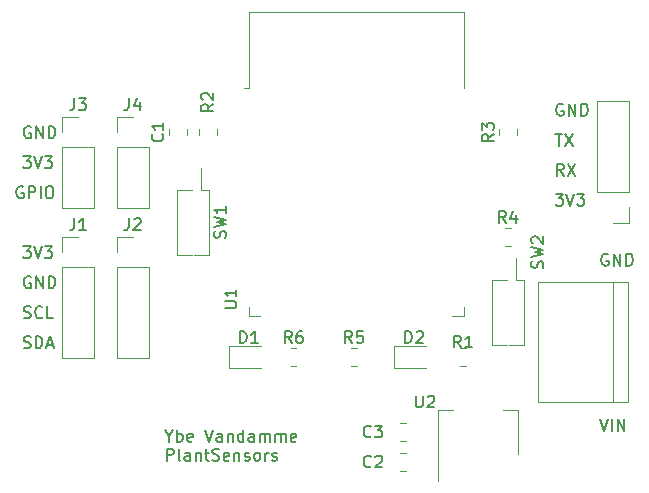
<source format=gbr>
%TF.GenerationSoftware,KiCad,Pcbnew,7.0.9*%
%TF.CreationDate,2024-03-19T08:45:44+01:00*%
%TF.ProjectId,soil_moister_air,736f696c-5f6d-46f6-9973-7465725f6169,rev?*%
%TF.SameCoordinates,Original*%
%TF.FileFunction,Legend,Top*%
%TF.FilePolarity,Positive*%
%FSLAX46Y46*%
G04 Gerber Fmt 4.6, Leading zero omitted, Abs format (unit mm)*
G04 Created by KiCad (PCBNEW 7.0.9) date 2024-03-19 08:45:44*
%MOMM*%
%LPD*%
G01*
G04 APERTURE LIST*
%ADD10C,0.150000*%
%ADD11C,0.120000*%
G04 APERTURE END LIST*
D10*
X114525588Y-99882438D02*
X114430350Y-99834819D01*
X114430350Y-99834819D02*
X114287493Y-99834819D01*
X114287493Y-99834819D02*
X114144636Y-99882438D01*
X114144636Y-99882438D02*
X114049398Y-99977676D01*
X114049398Y-99977676D02*
X114001779Y-100072914D01*
X114001779Y-100072914D02*
X113954160Y-100263390D01*
X113954160Y-100263390D02*
X113954160Y-100406247D01*
X113954160Y-100406247D02*
X114001779Y-100596723D01*
X114001779Y-100596723D02*
X114049398Y-100691961D01*
X114049398Y-100691961D02*
X114144636Y-100787200D01*
X114144636Y-100787200D02*
X114287493Y-100834819D01*
X114287493Y-100834819D02*
X114382731Y-100834819D01*
X114382731Y-100834819D02*
X114525588Y-100787200D01*
X114525588Y-100787200D02*
X114573207Y-100739580D01*
X114573207Y-100739580D02*
X114573207Y-100406247D01*
X114573207Y-100406247D02*
X114382731Y-100406247D01*
X115001779Y-100834819D02*
X115001779Y-99834819D01*
X115001779Y-99834819D02*
X115573207Y-100834819D01*
X115573207Y-100834819D02*
X115573207Y-99834819D01*
X116049398Y-100834819D02*
X116049398Y-99834819D01*
X116049398Y-99834819D02*
X116287493Y-99834819D01*
X116287493Y-99834819D02*
X116430350Y-99882438D01*
X116430350Y-99882438D02*
X116525588Y-99977676D01*
X116525588Y-99977676D02*
X116573207Y-100072914D01*
X116573207Y-100072914D02*
X116620826Y-100263390D01*
X116620826Y-100263390D02*
X116620826Y-100406247D01*
X116620826Y-100406247D02*
X116573207Y-100596723D01*
X116573207Y-100596723D02*
X116525588Y-100691961D01*
X116525588Y-100691961D02*
X116430350Y-100787200D01*
X116430350Y-100787200D02*
X116287493Y-100834819D01*
X116287493Y-100834819D02*
X116049398Y-100834819D01*
X114525588Y-87182438D02*
X114430350Y-87134819D01*
X114430350Y-87134819D02*
X114287493Y-87134819D01*
X114287493Y-87134819D02*
X114144636Y-87182438D01*
X114144636Y-87182438D02*
X114049398Y-87277676D01*
X114049398Y-87277676D02*
X114001779Y-87372914D01*
X114001779Y-87372914D02*
X113954160Y-87563390D01*
X113954160Y-87563390D02*
X113954160Y-87706247D01*
X113954160Y-87706247D02*
X114001779Y-87896723D01*
X114001779Y-87896723D02*
X114049398Y-87991961D01*
X114049398Y-87991961D02*
X114144636Y-88087200D01*
X114144636Y-88087200D02*
X114287493Y-88134819D01*
X114287493Y-88134819D02*
X114382731Y-88134819D01*
X114382731Y-88134819D02*
X114525588Y-88087200D01*
X114525588Y-88087200D02*
X114573207Y-88039580D01*
X114573207Y-88039580D02*
X114573207Y-87706247D01*
X114573207Y-87706247D02*
X114382731Y-87706247D01*
X115001779Y-88134819D02*
X115001779Y-87134819D01*
X115001779Y-87134819D02*
X115573207Y-88134819D01*
X115573207Y-88134819D02*
X115573207Y-87134819D01*
X116049398Y-88134819D02*
X116049398Y-87134819D01*
X116049398Y-87134819D02*
X116287493Y-87134819D01*
X116287493Y-87134819D02*
X116430350Y-87182438D01*
X116430350Y-87182438D02*
X116525588Y-87277676D01*
X116525588Y-87277676D02*
X116573207Y-87372914D01*
X116573207Y-87372914D02*
X116620826Y-87563390D01*
X116620826Y-87563390D02*
X116620826Y-87706247D01*
X116620826Y-87706247D02*
X116573207Y-87896723D01*
X116573207Y-87896723D02*
X116525588Y-87991961D01*
X116525588Y-87991961D02*
X116430350Y-88087200D01*
X116430350Y-88087200D02*
X116287493Y-88134819D01*
X116287493Y-88134819D02*
X116049398Y-88134819D01*
X162753922Y-111899819D02*
X163087255Y-112899819D01*
X163087255Y-112899819D02*
X163420588Y-111899819D01*
X163753922Y-112899819D02*
X163753922Y-111899819D01*
X164230112Y-112899819D02*
X164230112Y-111899819D01*
X164230112Y-111899819D02*
X164801540Y-112899819D01*
X164801540Y-112899819D02*
X164801540Y-111899819D01*
X158991541Y-92849819D02*
X159610588Y-92849819D01*
X159610588Y-92849819D02*
X159277255Y-93230771D01*
X159277255Y-93230771D02*
X159420112Y-93230771D01*
X159420112Y-93230771D02*
X159515350Y-93278390D01*
X159515350Y-93278390D02*
X159562969Y-93326009D01*
X159562969Y-93326009D02*
X159610588Y-93421247D01*
X159610588Y-93421247D02*
X159610588Y-93659342D01*
X159610588Y-93659342D02*
X159562969Y-93754580D01*
X159562969Y-93754580D02*
X159515350Y-93802200D01*
X159515350Y-93802200D02*
X159420112Y-93849819D01*
X159420112Y-93849819D02*
X159134398Y-93849819D01*
X159134398Y-93849819D02*
X159039160Y-93802200D01*
X159039160Y-93802200D02*
X158991541Y-93754580D01*
X159896303Y-92849819D02*
X160229636Y-93849819D01*
X160229636Y-93849819D02*
X160562969Y-92849819D01*
X160801065Y-92849819D02*
X161420112Y-92849819D01*
X161420112Y-92849819D02*
X161086779Y-93230771D01*
X161086779Y-93230771D02*
X161229636Y-93230771D01*
X161229636Y-93230771D02*
X161324874Y-93278390D01*
X161324874Y-93278390D02*
X161372493Y-93326009D01*
X161372493Y-93326009D02*
X161420112Y-93421247D01*
X161420112Y-93421247D02*
X161420112Y-93659342D01*
X161420112Y-93659342D02*
X161372493Y-93754580D01*
X161372493Y-93754580D02*
X161324874Y-93802200D01*
X161324874Y-93802200D02*
X161229636Y-93849819D01*
X161229636Y-93849819D02*
X160943922Y-93849819D01*
X160943922Y-93849819D02*
X160848684Y-93802200D01*
X160848684Y-93802200D02*
X160801065Y-93754580D01*
X159610588Y-85277438D02*
X159515350Y-85229819D01*
X159515350Y-85229819D02*
X159372493Y-85229819D01*
X159372493Y-85229819D02*
X159229636Y-85277438D01*
X159229636Y-85277438D02*
X159134398Y-85372676D01*
X159134398Y-85372676D02*
X159086779Y-85467914D01*
X159086779Y-85467914D02*
X159039160Y-85658390D01*
X159039160Y-85658390D02*
X159039160Y-85801247D01*
X159039160Y-85801247D02*
X159086779Y-85991723D01*
X159086779Y-85991723D02*
X159134398Y-86086961D01*
X159134398Y-86086961D02*
X159229636Y-86182200D01*
X159229636Y-86182200D02*
X159372493Y-86229819D01*
X159372493Y-86229819D02*
X159467731Y-86229819D01*
X159467731Y-86229819D02*
X159610588Y-86182200D01*
X159610588Y-86182200D02*
X159658207Y-86134580D01*
X159658207Y-86134580D02*
X159658207Y-85801247D01*
X159658207Y-85801247D02*
X159467731Y-85801247D01*
X160086779Y-86229819D02*
X160086779Y-85229819D01*
X160086779Y-85229819D02*
X160658207Y-86229819D01*
X160658207Y-86229819D02*
X160658207Y-85229819D01*
X161134398Y-86229819D02*
X161134398Y-85229819D01*
X161134398Y-85229819D02*
X161372493Y-85229819D01*
X161372493Y-85229819D02*
X161515350Y-85277438D01*
X161515350Y-85277438D02*
X161610588Y-85372676D01*
X161610588Y-85372676D02*
X161658207Y-85467914D01*
X161658207Y-85467914D02*
X161705826Y-85658390D01*
X161705826Y-85658390D02*
X161705826Y-85801247D01*
X161705826Y-85801247D02*
X161658207Y-85991723D01*
X161658207Y-85991723D02*
X161610588Y-86086961D01*
X161610588Y-86086961D02*
X161515350Y-86182200D01*
X161515350Y-86182200D02*
X161372493Y-86229819D01*
X161372493Y-86229819D02*
X161134398Y-86229819D01*
X159658207Y-91309819D02*
X159324874Y-90833628D01*
X159086779Y-91309819D02*
X159086779Y-90309819D01*
X159086779Y-90309819D02*
X159467731Y-90309819D01*
X159467731Y-90309819D02*
X159562969Y-90357438D01*
X159562969Y-90357438D02*
X159610588Y-90405057D01*
X159610588Y-90405057D02*
X159658207Y-90500295D01*
X159658207Y-90500295D02*
X159658207Y-90643152D01*
X159658207Y-90643152D02*
X159610588Y-90738390D01*
X159610588Y-90738390D02*
X159562969Y-90786009D01*
X159562969Y-90786009D02*
X159467731Y-90833628D01*
X159467731Y-90833628D02*
X159086779Y-90833628D01*
X159991541Y-90309819D02*
X160658207Y-91309819D01*
X160658207Y-90309819D02*
X159991541Y-91309819D01*
X126257255Y-113353628D02*
X126257255Y-113829819D01*
X125923922Y-112829819D02*
X126257255Y-113353628D01*
X126257255Y-113353628D02*
X126590588Y-112829819D01*
X126923922Y-113829819D02*
X126923922Y-112829819D01*
X126923922Y-113210771D02*
X127019160Y-113163152D01*
X127019160Y-113163152D02*
X127209636Y-113163152D01*
X127209636Y-113163152D02*
X127304874Y-113210771D01*
X127304874Y-113210771D02*
X127352493Y-113258390D01*
X127352493Y-113258390D02*
X127400112Y-113353628D01*
X127400112Y-113353628D02*
X127400112Y-113639342D01*
X127400112Y-113639342D02*
X127352493Y-113734580D01*
X127352493Y-113734580D02*
X127304874Y-113782200D01*
X127304874Y-113782200D02*
X127209636Y-113829819D01*
X127209636Y-113829819D02*
X127019160Y-113829819D01*
X127019160Y-113829819D02*
X126923922Y-113782200D01*
X128209636Y-113782200D02*
X128114398Y-113829819D01*
X128114398Y-113829819D02*
X127923922Y-113829819D01*
X127923922Y-113829819D02*
X127828684Y-113782200D01*
X127828684Y-113782200D02*
X127781065Y-113686961D01*
X127781065Y-113686961D02*
X127781065Y-113306009D01*
X127781065Y-113306009D02*
X127828684Y-113210771D01*
X127828684Y-113210771D02*
X127923922Y-113163152D01*
X127923922Y-113163152D02*
X128114398Y-113163152D01*
X128114398Y-113163152D02*
X128209636Y-113210771D01*
X128209636Y-113210771D02*
X128257255Y-113306009D01*
X128257255Y-113306009D02*
X128257255Y-113401247D01*
X128257255Y-113401247D02*
X127781065Y-113496485D01*
X129304875Y-112829819D02*
X129638208Y-113829819D01*
X129638208Y-113829819D02*
X129971541Y-112829819D01*
X130733446Y-113829819D02*
X130733446Y-113306009D01*
X130733446Y-113306009D02*
X130685827Y-113210771D01*
X130685827Y-113210771D02*
X130590589Y-113163152D01*
X130590589Y-113163152D02*
X130400113Y-113163152D01*
X130400113Y-113163152D02*
X130304875Y-113210771D01*
X130733446Y-113782200D02*
X130638208Y-113829819D01*
X130638208Y-113829819D02*
X130400113Y-113829819D01*
X130400113Y-113829819D02*
X130304875Y-113782200D01*
X130304875Y-113782200D02*
X130257256Y-113686961D01*
X130257256Y-113686961D02*
X130257256Y-113591723D01*
X130257256Y-113591723D02*
X130304875Y-113496485D01*
X130304875Y-113496485D02*
X130400113Y-113448866D01*
X130400113Y-113448866D02*
X130638208Y-113448866D01*
X130638208Y-113448866D02*
X130733446Y-113401247D01*
X131209637Y-113163152D02*
X131209637Y-113829819D01*
X131209637Y-113258390D02*
X131257256Y-113210771D01*
X131257256Y-113210771D02*
X131352494Y-113163152D01*
X131352494Y-113163152D02*
X131495351Y-113163152D01*
X131495351Y-113163152D02*
X131590589Y-113210771D01*
X131590589Y-113210771D02*
X131638208Y-113306009D01*
X131638208Y-113306009D02*
X131638208Y-113829819D01*
X132542970Y-113829819D02*
X132542970Y-112829819D01*
X132542970Y-113782200D02*
X132447732Y-113829819D01*
X132447732Y-113829819D02*
X132257256Y-113829819D01*
X132257256Y-113829819D02*
X132162018Y-113782200D01*
X132162018Y-113782200D02*
X132114399Y-113734580D01*
X132114399Y-113734580D02*
X132066780Y-113639342D01*
X132066780Y-113639342D02*
X132066780Y-113353628D01*
X132066780Y-113353628D02*
X132114399Y-113258390D01*
X132114399Y-113258390D02*
X132162018Y-113210771D01*
X132162018Y-113210771D02*
X132257256Y-113163152D01*
X132257256Y-113163152D02*
X132447732Y-113163152D01*
X132447732Y-113163152D02*
X132542970Y-113210771D01*
X133447732Y-113829819D02*
X133447732Y-113306009D01*
X133447732Y-113306009D02*
X133400113Y-113210771D01*
X133400113Y-113210771D02*
X133304875Y-113163152D01*
X133304875Y-113163152D02*
X133114399Y-113163152D01*
X133114399Y-113163152D02*
X133019161Y-113210771D01*
X133447732Y-113782200D02*
X133352494Y-113829819D01*
X133352494Y-113829819D02*
X133114399Y-113829819D01*
X133114399Y-113829819D02*
X133019161Y-113782200D01*
X133019161Y-113782200D02*
X132971542Y-113686961D01*
X132971542Y-113686961D02*
X132971542Y-113591723D01*
X132971542Y-113591723D02*
X133019161Y-113496485D01*
X133019161Y-113496485D02*
X133114399Y-113448866D01*
X133114399Y-113448866D02*
X133352494Y-113448866D01*
X133352494Y-113448866D02*
X133447732Y-113401247D01*
X133923923Y-113829819D02*
X133923923Y-113163152D01*
X133923923Y-113258390D02*
X133971542Y-113210771D01*
X133971542Y-113210771D02*
X134066780Y-113163152D01*
X134066780Y-113163152D02*
X134209637Y-113163152D01*
X134209637Y-113163152D02*
X134304875Y-113210771D01*
X134304875Y-113210771D02*
X134352494Y-113306009D01*
X134352494Y-113306009D02*
X134352494Y-113829819D01*
X134352494Y-113306009D02*
X134400113Y-113210771D01*
X134400113Y-113210771D02*
X134495351Y-113163152D01*
X134495351Y-113163152D02*
X134638208Y-113163152D01*
X134638208Y-113163152D02*
X134733447Y-113210771D01*
X134733447Y-113210771D02*
X134781066Y-113306009D01*
X134781066Y-113306009D02*
X134781066Y-113829819D01*
X135257256Y-113829819D02*
X135257256Y-113163152D01*
X135257256Y-113258390D02*
X135304875Y-113210771D01*
X135304875Y-113210771D02*
X135400113Y-113163152D01*
X135400113Y-113163152D02*
X135542970Y-113163152D01*
X135542970Y-113163152D02*
X135638208Y-113210771D01*
X135638208Y-113210771D02*
X135685827Y-113306009D01*
X135685827Y-113306009D02*
X135685827Y-113829819D01*
X135685827Y-113306009D02*
X135733446Y-113210771D01*
X135733446Y-113210771D02*
X135828684Y-113163152D01*
X135828684Y-113163152D02*
X135971541Y-113163152D01*
X135971541Y-113163152D02*
X136066780Y-113210771D01*
X136066780Y-113210771D02*
X136114399Y-113306009D01*
X136114399Y-113306009D02*
X136114399Y-113829819D01*
X136971541Y-113782200D02*
X136876303Y-113829819D01*
X136876303Y-113829819D02*
X136685827Y-113829819D01*
X136685827Y-113829819D02*
X136590589Y-113782200D01*
X136590589Y-113782200D02*
X136542970Y-113686961D01*
X136542970Y-113686961D02*
X136542970Y-113306009D01*
X136542970Y-113306009D02*
X136590589Y-113210771D01*
X136590589Y-113210771D02*
X136685827Y-113163152D01*
X136685827Y-113163152D02*
X136876303Y-113163152D01*
X136876303Y-113163152D02*
X136971541Y-113210771D01*
X136971541Y-113210771D02*
X137019160Y-113306009D01*
X137019160Y-113306009D02*
X137019160Y-113401247D01*
X137019160Y-113401247D02*
X136542970Y-113496485D01*
X126066779Y-115439819D02*
X126066779Y-114439819D01*
X126066779Y-114439819D02*
X126447731Y-114439819D01*
X126447731Y-114439819D02*
X126542969Y-114487438D01*
X126542969Y-114487438D02*
X126590588Y-114535057D01*
X126590588Y-114535057D02*
X126638207Y-114630295D01*
X126638207Y-114630295D02*
X126638207Y-114773152D01*
X126638207Y-114773152D02*
X126590588Y-114868390D01*
X126590588Y-114868390D02*
X126542969Y-114916009D01*
X126542969Y-114916009D02*
X126447731Y-114963628D01*
X126447731Y-114963628D02*
X126066779Y-114963628D01*
X127209636Y-115439819D02*
X127114398Y-115392200D01*
X127114398Y-115392200D02*
X127066779Y-115296961D01*
X127066779Y-115296961D02*
X127066779Y-114439819D01*
X128019160Y-115439819D02*
X128019160Y-114916009D01*
X128019160Y-114916009D02*
X127971541Y-114820771D01*
X127971541Y-114820771D02*
X127876303Y-114773152D01*
X127876303Y-114773152D02*
X127685827Y-114773152D01*
X127685827Y-114773152D02*
X127590589Y-114820771D01*
X128019160Y-115392200D02*
X127923922Y-115439819D01*
X127923922Y-115439819D02*
X127685827Y-115439819D01*
X127685827Y-115439819D02*
X127590589Y-115392200D01*
X127590589Y-115392200D02*
X127542970Y-115296961D01*
X127542970Y-115296961D02*
X127542970Y-115201723D01*
X127542970Y-115201723D02*
X127590589Y-115106485D01*
X127590589Y-115106485D02*
X127685827Y-115058866D01*
X127685827Y-115058866D02*
X127923922Y-115058866D01*
X127923922Y-115058866D02*
X128019160Y-115011247D01*
X128495351Y-114773152D02*
X128495351Y-115439819D01*
X128495351Y-114868390D02*
X128542970Y-114820771D01*
X128542970Y-114820771D02*
X128638208Y-114773152D01*
X128638208Y-114773152D02*
X128781065Y-114773152D01*
X128781065Y-114773152D02*
X128876303Y-114820771D01*
X128876303Y-114820771D02*
X128923922Y-114916009D01*
X128923922Y-114916009D02*
X128923922Y-115439819D01*
X129257256Y-114773152D02*
X129638208Y-114773152D01*
X129400113Y-114439819D02*
X129400113Y-115296961D01*
X129400113Y-115296961D02*
X129447732Y-115392200D01*
X129447732Y-115392200D02*
X129542970Y-115439819D01*
X129542970Y-115439819D02*
X129638208Y-115439819D01*
X129923923Y-115392200D02*
X130066780Y-115439819D01*
X130066780Y-115439819D02*
X130304875Y-115439819D01*
X130304875Y-115439819D02*
X130400113Y-115392200D01*
X130400113Y-115392200D02*
X130447732Y-115344580D01*
X130447732Y-115344580D02*
X130495351Y-115249342D01*
X130495351Y-115249342D02*
X130495351Y-115154104D01*
X130495351Y-115154104D02*
X130447732Y-115058866D01*
X130447732Y-115058866D02*
X130400113Y-115011247D01*
X130400113Y-115011247D02*
X130304875Y-114963628D01*
X130304875Y-114963628D02*
X130114399Y-114916009D01*
X130114399Y-114916009D02*
X130019161Y-114868390D01*
X130019161Y-114868390D02*
X129971542Y-114820771D01*
X129971542Y-114820771D02*
X129923923Y-114725533D01*
X129923923Y-114725533D02*
X129923923Y-114630295D01*
X129923923Y-114630295D02*
X129971542Y-114535057D01*
X129971542Y-114535057D02*
X130019161Y-114487438D01*
X130019161Y-114487438D02*
X130114399Y-114439819D01*
X130114399Y-114439819D02*
X130352494Y-114439819D01*
X130352494Y-114439819D02*
X130495351Y-114487438D01*
X131304875Y-115392200D02*
X131209637Y-115439819D01*
X131209637Y-115439819D02*
X131019161Y-115439819D01*
X131019161Y-115439819D02*
X130923923Y-115392200D01*
X130923923Y-115392200D02*
X130876304Y-115296961D01*
X130876304Y-115296961D02*
X130876304Y-114916009D01*
X130876304Y-114916009D02*
X130923923Y-114820771D01*
X130923923Y-114820771D02*
X131019161Y-114773152D01*
X131019161Y-114773152D02*
X131209637Y-114773152D01*
X131209637Y-114773152D02*
X131304875Y-114820771D01*
X131304875Y-114820771D02*
X131352494Y-114916009D01*
X131352494Y-114916009D02*
X131352494Y-115011247D01*
X131352494Y-115011247D02*
X130876304Y-115106485D01*
X131781066Y-114773152D02*
X131781066Y-115439819D01*
X131781066Y-114868390D02*
X131828685Y-114820771D01*
X131828685Y-114820771D02*
X131923923Y-114773152D01*
X131923923Y-114773152D02*
X132066780Y-114773152D01*
X132066780Y-114773152D02*
X132162018Y-114820771D01*
X132162018Y-114820771D02*
X132209637Y-114916009D01*
X132209637Y-114916009D02*
X132209637Y-115439819D01*
X132638209Y-115392200D02*
X132733447Y-115439819D01*
X132733447Y-115439819D02*
X132923923Y-115439819D01*
X132923923Y-115439819D02*
X133019161Y-115392200D01*
X133019161Y-115392200D02*
X133066780Y-115296961D01*
X133066780Y-115296961D02*
X133066780Y-115249342D01*
X133066780Y-115249342D02*
X133019161Y-115154104D01*
X133019161Y-115154104D02*
X132923923Y-115106485D01*
X132923923Y-115106485D02*
X132781066Y-115106485D01*
X132781066Y-115106485D02*
X132685828Y-115058866D01*
X132685828Y-115058866D02*
X132638209Y-114963628D01*
X132638209Y-114963628D02*
X132638209Y-114916009D01*
X132638209Y-114916009D02*
X132685828Y-114820771D01*
X132685828Y-114820771D02*
X132781066Y-114773152D01*
X132781066Y-114773152D02*
X132923923Y-114773152D01*
X132923923Y-114773152D02*
X133019161Y-114820771D01*
X133638209Y-115439819D02*
X133542971Y-115392200D01*
X133542971Y-115392200D02*
X133495352Y-115344580D01*
X133495352Y-115344580D02*
X133447733Y-115249342D01*
X133447733Y-115249342D02*
X133447733Y-114963628D01*
X133447733Y-114963628D02*
X133495352Y-114868390D01*
X133495352Y-114868390D02*
X133542971Y-114820771D01*
X133542971Y-114820771D02*
X133638209Y-114773152D01*
X133638209Y-114773152D02*
X133781066Y-114773152D01*
X133781066Y-114773152D02*
X133876304Y-114820771D01*
X133876304Y-114820771D02*
X133923923Y-114868390D01*
X133923923Y-114868390D02*
X133971542Y-114963628D01*
X133971542Y-114963628D02*
X133971542Y-115249342D01*
X133971542Y-115249342D02*
X133923923Y-115344580D01*
X133923923Y-115344580D02*
X133876304Y-115392200D01*
X133876304Y-115392200D02*
X133781066Y-115439819D01*
X133781066Y-115439819D02*
X133638209Y-115439819D01*
X134400114Y-115439819D02*
X134400114Y-114773152D01*
X134400114Y-114963628D02*
X134447733Y-114868390D01*
X134447733Y-114868390D02*
X134495352Y-114820771D01*
X134495352Y-114820771D02*
X134590590Y-114773152D01*
X134590590Y-114773152D02*
X134685828Y-114773152D01*
X134971543Y-115392200D02*
X135066781Y-115439819D01*
X135066781Y-115439819D02*
X135257257Y-115439819D01*
X135257257Y-115439819D02*
X135352495Y-115392200D01*
X135352495Y-115392200D02*
X135400114Y-115296961D01*
X135400114Y-115296961D02*
X135400114Y-115249342D01*
X135400114Y-115249342D02*
X135352495Y-115154104D01*
X135352495Y-115154104D02*
X135257257Y-115106485D01*
X135257257Y-115106485D02*
X135114400Y-115106485D01*
X135114400Y-115106485D02*
X135019162Y-115058866D01*
X135019162Y-115058866D02*
X134971543Y-114963628D01*
X134971543Y-114963628D02*
X134971543Y-114916009D01*
X134971543Y-114916009D02*
X135019162Y-114820771D01*
X135019162Y-114820771D02*
X135114400Y-114773152D01*
X135114400Y-114773152D02*
X135257257Y-114773152D01*
X135257257Y-114773152D02*
X135352495Y-114820771D01*
X113906541Y-97294819D02*
X114525588Y-97294819D01*
X114525588Y-97294819D02*
X114192255Y-97675771D01*
X114192255Y-97675771D02*
X114335112Y-97675771D01*
X114335112Y-97675771D02*
X114430350Y-97723390D01*
X114430350Y-97723390D02*
X114477969Y-97771009D01*
X114477969Y-97771009D02*
X114525588Y-97866247D01*
X114525588Y-97866247D02*
X114525588Y-98104342D01*
X114525588Y-98104342D02*
X114477969Y-98199580D01*
X114477969Y-98199580D02*
X114430350Y-98247200D01*
X114430350Y-98247200D02*
X114335112Y-98294819D01*
X114335112Y-98294819D02*
X114049398Y-98294819D01*
X114049398Y-98294819D02*
X113954160Y-98247200D01*
X113954160Y-98247200D02*
X113906541Y-98199580D01*
X114811303Y-97294819D02*
X115144636Y-98294819D01*
X115144636Y-98294819D02*
X115477969Y-97294819D01*
X115716065Y-97294819D02*
X116335112Y-97294819D01*
X116335112Y-97294819D02*
X116001779Y-97675771D01*
X116001779Y-97675771D02*
X116144636Y-97675771D01*
X116144636Y-97675771D02*
X116239874Y-97723390D01*
X116239874Y-97723390D02*
X116287493Y-97771009D01*
X116287493Y-97771009D02*
X116335112Y-97866247D01*
X116335112Y-97866247D02*
X116335112Y-98104342D01*
X116335112Y-98104342D02*
X116287493Y-98199580D01*
X116287493Y-98199580D02*
X116239874Y-98247200D01*
X116239874Y-98247200D02*
X116144636Y-98294819D01*
X116144636Y-98294819D02*
X115858922Y-98294819D01*
X115858922Y-98294819D02*
X115763684Y-98247200D01*
X115763684Y-98247200D02*
X115716065Y-98199580D01*
X113954160Y-105867200D02*
X114097017Y-105914819D01*
X114097017Y-105914819D02*
X114335112Y-105914819D01*
X114335112Y-105914819D02*
X114430350Y-105867200D01*
X114430350Y-105867200D02*
X114477969Y-105819580D01*
X114477969Y-105819580D02*
X114525588Y-105724342D01*
X114525588Y-105724342D02*
X114525588Y-105629104D01*
X114525588Y-105629104D02*
X114477969Y-105533866D01*
X114477969Y-105533866D02*
X114430350Y-105486247D01*
X114430350Y-105486247D02*
X114335112Y-105438628D01*
X114335112Y-105438628D02*
X114144636Y-105391009D01*
X114144636Y-105391009D02*
X114049398Y-105343390D01*
X114049398Y-105343390D02*
X114001779Y-105295771D01*
X114001779Y-105295771D02*
X113954160Y-105200533D01*
X113954160Y-105200533D02*
X113954160Y-105105295D01*
X113954160Y-105105295D02*
X114001779Y-105010057D01*
X114001779Y-105010057D02*
X114049398Y-104962438D01*
X114049398Y-104962438D02*
X114144636Y-104914819D01*
X114144636Y-104914819D02*
X114382731Y-104914819D01*
X114382731Y-104914819D02*
X114525588Y-104962438D01*
X114954160Y-105914819D02*
X114954160Y-104914819D01*
X114954160Y-104914819D02*
X115192255Y-104914819D01*
X115192255Y-104914819D02*
X115335112Y-104962438D01*
X115335112Y-104962438D02*
X115430350Y-105057676D01*
X115430350Y-105057676D02*
X115477969Y-105152914D01*
X115477969Y-105152914D02*
X115525588Y-105343390D01*
X115525588Y-105343390D02*
X115525588Y-105486247D01*
X115525588Y-105486247D02*
X115477969Y-105676723D01*
X115477969Y-105676723D02*
X115430350Y-105771961D01*
X115430350Y-105771961D02*
X115335112Y-105867200D01*
X115335112Y-105867200D02*
X115192255Y-105914819D01*
X115192255Y-105914819D02*
X114954160Y-105914819D01*
X115906541Y-105629104D02*
X116382731Y-105629104D01*
X115811303Y-105914819D02*
X116144636Y-104914819D01*
X116144636Y-104914819D02*
X116477969Y-105914819D01*
X113954160Y-103327200D02*
X114097017Y-103374819D01*
X114097017Y-103374819D02*
X114335112Y-103374819D01*
X114335112Y-103374819D02*
X114430350Y-103327200D01*
X114430350Y-103327200D02*
X114477969Y-103279580D01*
X114477969Y-103279580D02*
X114525588Y-103184342D01*
X114525588Y-103184342D02*
X114525588Y-103089104D01*
X114525588Y-103089104D02*
X114477969Y-102993866D01*
X114477969Y-102993866D02*
X114430350Y-102946247D01*
X114430350Y-102946247D02*
X114335112Y-102898628D01*
X114335112Y-102898628D02*
X114144636Y-102851009D01*
X114144636Y-102851009D02*
X114049398Y-102803390D01*
X114049398Y-102803390D02*
X114001779Y-102755771D01*
X114001779Y-102755771D02*
X113954160Y-102660533D01*
X113954160Y-102660533D02*
X113954160Y-102565295D01*
X113954160Y-102565295D02*
X114001779Y-102470057D01*
X114001779Y-102470057D02*
X114049398Y-102422438D01*
X114049398Y-102422438D02*
X114144636Y-102374819D01*
X114144636Y-102374819D02*
X114382731Y-102374819D01*
X114382731Y-102374819D02*
X114525588Y-102422438D01*
X115525588Y-103279580D02*
X115477969Y-103327200D01*
X115477969Y-103327200D02*
X115335112Y-103374819D01*
X115335112Y-103374819D02*
X115239874Y-103374819D01*
X115239874Y-103374819D02*
X115097017Y-103327200D01*
X115097017Y-103327200D02*
X115001779Y-103231961D01*
X115001779Y-103231961D02*
X114954160Y-103136723D01*
X114954160Y-103136723D02*
X114906541Y-102946247D01*
X114906541Y-102946247D02*
X114906541Y-102803390D01*
X114906541Y-102803390D02*
X114954160Y-102612914D01*
X114954160Y-102612914D02*
X115001779Y-102517676D01*
X115001779Y-102517676D02*
X115097017Y-102422438D01*
X115097017Y-102422438D02*
X115239874Y-102374819D01*
X115239874Y-102374819D02*
X115335112Y-102374819D01*
X115335112Y-102374819D02*
X115477969Y-102422438D01*
X115477969Y-102422438D02*
X115525588Y-102470057D01*
X116430350Y-103374819D02*
X115954160Y-103374819D01*
X115954160Y-103374819D02*
X115954160Y-102374819D01*
X113890588Y-92262438D02*
X113795350Y-92214819D01*
X113795350Y-92214819D02*
X113652493Y-92214819D01*
X113652493Y-92214819D02*
X113509636Y-92262438D01*
X113509636Y-92262438D02*
X113414398Y-92357676D01*
X113414398Y-92357676D02*
X113366779Y-92452914D01*
X113366779Y-92452914D02*
X113319160Y-92643390D01*
X113319160Y-92643390D02*
X113319160Y-92786247D01*
X113319160Y-92786247D02*
X113366779Y-92976723D01*
X113366779Y-92976723D02*
X113414398Y-93071961D01*
X113414398Y-93071961D02*
X113509636Y-93167200D01*
X113509636Y-93167200D02*
X113652493Y-93214819D01*
X113652493Y-93214819D02*
X113747731Y-93214819D01*
X113747731Y-93214819D02*
X113890588Y-93167200D01*
X113890588Y-93167200D02*
X113938207Y-93119580D01*
X113938207Y-93119580D02*
X113938207Y-92786247D01*
X113938207Y-92786247D02*
X113747731Y-92786247D01*
X114366779Y-93214819D02*
X114366779Y-92214819D01*
X114366779Y-92214819D02*
X114747731Y-92214819D01*
X114747731Y-92214819D02*
X114842969Y-92262438D01*
X114842969Y-92262438D02*
X114890588Y-92310057D01*
X114890588Y-92310057D02*
X114938207Y-92405295D01*
X114938207Y-92405295D02*
X114938207Y-92548152D01*
X114938207Y-92548152D02*
X114890588Y-92643390D01*
X114890588Y-92643390D02*
X114842969Y-92691009D01*
X114842969Y-92691009D02*
X114747731Y-92738628D01*
X114747731Y-92738628D02*
X114366779Y-92738628D01*
X115366779Y-93214819D02*
X115366779Y-92214819D01*
X116033445Y-92214819D02*
X116223921Y-92214819D01*
X116223921Y-92214819D02*
X116319159Y-92262438D01*
X116319159Y-92262438D02*
X116414397Y-92357676D01*
X116414397Y-92357676D02*
X116462016Y-92548152D01*
X116462016Y-92548152D02*
X116462016Y-92881485D01*
X116462016Y-92881485D02*
X116414397Y-93071961D01*
X116414397Y-93071961D02*
X116319159Y-93167200D01*
X116319159Y-93167200D02*
X116223921Y-93214819D01*
X116223921Y-93214819D02*
X116033445Y-93214819D01*
X116033445Y-93214819D02*
X115938207Y-93167200D01*
X115938207Y-93167200D02*
X115842969Y-93071961D01*
X115842969Y-93071961D02*
X115795350Y-92881485D01*
X115795350Y-92881485D02*
X115795350Y-92548152D01*
X115795350Y-92548152D02*
X115842969Y-92357676D01*
X115842969Y-92357676D02*
X115938207Y-92262438D01*
X115938207Y-92262438D02*
X116033445Y-92214819D01*
X158943922Y-87769819D02*
X159515350Y-87769819D01*
X159229636Y-88769819D02*
X159229636Y-87769819D01*
X159753446Y-87769819D02*
X160420112Y-88769819D01*
X160420112Y-87769819D02*
X159753446Y-88769819D01*
X163420588Y-97977438D02*
X163325350Y-97929819D01*
X163325350Y-97929819D02*
X163182493Y-97929819D01*
X163182493Y-97929819D02*
X163039636Y-97977438D01*
X163039636Y-97977438D02*
X162944398Y-98072676D01*
X162944398Y-98072676D02*
X162896779Y-98167914D01*
X162896779Y-98167914D02*
X162849160Y-98358390D01*
X162849160Y-98358390D02*
X162849160Y-98501247D01*
X162849160Y-98501247D02*
X162896779Y-98691723D01*
X162896779Y-98691723D02*
X162944398Y-98786961D01*
X162944398Y-98786961D02*
X163039636Y-98882200D01*
X163039636Y-98882200D02*
X163182493Y-98929819D01*
X163182493Y-98929819D02*
X163277731Y-98929819D01*
X163277731Y-98929819D02*
X163420588Y-98882200D01*
X163420588Y-98882200D02*
X163468207Y-98834580D01*
X163468207Y-98834580D02*
X163468207Y-98501247D01*
X163468207Y-98501247D02*
X163277731Y-98501247D01*
X163896779Y-98929819D02*
X163896779Y-97929819D01*
X163896779Y-97929819D02*
X164468207Y-98929819D01*
X164468207Y-98929819D02*
X164468207Y-97929819D01*
X164944398Y-98929819D02*
X164944398Y-97929819D01*
X164944398Y-97929819D02*
X165182493Y-97929819D01*
X165182493Y-97929819D02*
X165325350Y-97977438D01*
X165325350Y-97977438D02*
X165420588Y-98072676D01*
X165420588Y-98072676D02*
X165468207Y-98167914D01*
X165468207Y-98167914D02*
X165515826Y-98358390D01*
X165515826Y-98358390D02*
X165515826Y-98501247D01*
X165515826Y-98501247D02*
X165468207Y-98691723D01*
X165468207Y-98691723D02*
X165420588Y-98786961D01*
X165420588Y-98786961D02*
X165325350Y-98882200D01*
X165325350Y-98882200D02*
X165182493Y-98929819D01*
X165182493Y-98929819D02*
X164944398Y-98929819D01*
X113906541Y-89674819D02*
X114525588Y-89674819D01*
X114525588Y-89674819D02*
X114192255Y-90055771D01*
X114192255Y-90055771D02*
X114335112Y-90055771D01*
X114335112Y-90055771D02*
X114430350Y-90103390D01*
X114430350Y-90103390D02*
X114477969Y-90151009D01*
X114477969Y-90151009D02*
X114525588Y-90246247D01*
X114525588Y-90246247D02*
X114525588Y-90484342D01*
X114525588Y-90484342D02*
X114477969Y-90579580D01*
X114477969Y-90579580D02*
X114430350Y-90627200D01*
X114430350Y-90627200D02*
X114335112Y-90674819D01*
X114335112Y-90674819D02*
X114049398Y-90674819D01*
X114049398Y-90674819D02*
X113954160Y-90627200D01*
X113954160Y-90627200D02*
X113906541Y-90579580D01*
X114811303Y-89674819D02*
X115144636Y-90674819D01*
X115144636Y-90674819D02*
X115477969Y-89674819D01*
X115716065Y-89674819D02*
X116335112Y-89674819D01*
X116335112Y-89674819D02*
X116001779Y-90055771D01*
X116001779Y-90055771D02*
X116144636Y-90055771D01*
X116144636Y-90055771D02*
X116239874Y-90103390D01*
X116239874Y-90103390D02*
X116287493Y-90151009D01*
X116287493Y-90151009D02*
X116335112Y-90246247D01*
X116335112Y-90246247D02*
X116335112Y-90484342D01*
X116335112Y-90484342D02*
X116287493Y-90579580D01*
X116287493Y-90579580D02*
X116239874Y-90627200D01*
X116239874Y-90627200D02*
X116144636Y-90674819D01*
X116144636Y-90674819D02*
X115858922Y-90674819D01*
X115858922Y-90674819D02*
X115763684Y-90627200D01*
X115763684Y-90627200D02*
X115716065Y-90579580D01*
X150963333Y-105864819D02*
X150630000Y-105388628D01*
X150391905Y-105864819D02*
X150391905Y-104864819D01*
X150391905Y-104864819D02*
X150772857Y-104864819D01*
X150772857Y-104864819D02*
X150868095Y-104912438D01*
X150868095Y-104912438D02*
X150915714Y-104960057D01*
X150915714Y-104960057D02*
X150963333Y-105055295D01*
X150963333Y-105055295D02*
X150963333Y-105198152D01*
X150963333Y-105198152D02*
X150915714Y-105293390D01*
X150915714Y-105293390D02*
X150868095Y-105341009D01*
X150868095Y-105341009D02*
X150772857Y-105388628D01*
X150772857Y-105388628D02*
X150391905Y-105388628D01*
X151915714Y-105864819D02*
X151344286Y-105864819D01*
X151630000Y-105864819D02*
X151630000Y-104864819D01*
X151630000Y-104864819D02*
X151534762Y-105007676D01*
X151534762Y-105007676D02*
X151439524Y-105102914D01*
X151439524Y-105102914D02*
X151344286Y-105150533D01*
X147138095Y-109944819D02*
X147138095Y-110754342D01*
X147138095Y-110754342D02*
X147185714Y-110849580D01*
X147185714Y-110849580D02*
X147233333Y-110897200D01*
X147233333Y-110897200D02*
X147328571Y-110944819D01*
X147328571Y-110944819D02*
X147519047Y-110944819D01*
X147519047Y-110944819D02*
X147614285Y-110897200D01*
X147614285Y-110897200D02*
X147661904Y-110849580D01*
X147661904Y-110849580D02*
X147709523Y-110754342D01*
X147709523Y-110754342D02*
X147709523Y-109944819D01*
X148138095Y-110040057D02*
X148185714Y-109992438D01*
X148185714Y-109992438D02*
X148280952Y-109944819D01*
X148280952Y-109944819D02*
X148519047Y-109944819D01*
X148519047Y-109944819D02*
X148614285Y-109992438D01*
X148614285Y-109992438D02*
X148661904Y-110040057D01*
X148661904Y-110040057D02*
X148709523Y-110135295D01*
X148709523Y-110135295D02*
X148709523Y-110230533D01*
X148709523Y-110230533D02*
X148661904Y-110373390D01*
X148661904Y-110373390D02*
X148090476Y-110944819D01*
X148090476Y-110944819D02*
X148709523Y-110944819D01*
X131007200Y-96583332D02*
X131054819Y-96440475D01*
X131054819Y-96440475D02*
X131054819Y-96202380D01*
X131054819Y-96202380D02*
X131007200Y-96107142D01*
X131007200Y-96107142D02*
X130959580Y-96059523D01*
X130959580Y-96059523D02*
X130864342Y-96011904D01*
X130864342Y-96011904D02*
X130769104Y-96011904D01*
X130769104Y-96011904D02*
X130673866Y-96059523D01*
X130673866Y-96059523D02*
X130626247Y-96107142D01*
X130626247Y-96107142D02*
X130578628Y-96202380D01*
X130578628Y-96202380D02*
X130531009Y-96392856D01*
X130531009Y-96392856D02*
X130483390Y-96488094D01*
X130483390Y-96488094D02*
X130435771Y-96535713D01*
X130435771Y-96535713D02*
X130340533Y-96583332D01*
X130340533Y-96583332D02*
X130245295Y-96583332D01*
X130245295Y-96583332D02*
X130150057Y-96535713D01*
X130150057Y-96535713D02*
X130102438Y-96488094D01*
X130102438Y-96488094D02*
X130054819Y-96392856D01*
X130054819Y-96392856D02*
X130054819Y-96154761D01*
X130054819Y-96154761D02*
X130102438Y-96011904D01*
X130054819Y-95678570D02*
X131054819Y-95440475D01*
X131054819Y-95440475D02*
X130340533Y-95249999D01*
X130340533Y-95249999D02*
X131054819Y-95059523D01*
X131054819Y-95059523D02*
X130054819Y-94821428D01*
X131054819Y-93916666D02*
X131054819Y-94488094D01*
X131054819Y-94202380D02*
X130054819Y-94202380D01*
X130054819Y-94202380D02*
X130197676Y-94297618D01*
X130197676Y-94297618D02*
X130292914Y-94392856D01*
X130292914Y-94392856D02*
X130340533Y-94488094D01*
X132254405Y-105484819D02*
X132254405Y-104484819D01*
X132254405Y-104484819D02*
X132492500Y-104484819D01*
X132492500Y-104484819D02*
X132635357Y-104532438D01*
X132635357Y-104532438D02*
X132730595Y-104627676D01*
X132730595Y-104627676D02*
X132778214Y-104722914D01*
X132778214Y-104722914D02*
X132825833Y-104913390D01*
X132825833Y-104913390D02*
X132825833Y-105056247D01*
X132825833Y-105056247D02*
X132778214Y-105246723D01*
X132778214Y-105246723D02*
X132730595Y-105341961D01*
X132730595Y-105341961D02*
X132635357Y-105437200D01*
X132635357Y-105437200D02*
X132492500Y-105484819D01*
X132492500Y-105484819D02*
X132254405Y-105484819D01*
X133778214Y-105484819D02*
X133206786Y-105484819D01*
X133492500Y-105484819D02*
X133492500Y-104484819D01*
X133492500Y-104484819D02*
X133397262Y-104627676D01*
X133397262Y-104627676D02*
X133302024Y-104722914D01*
X133302024Y-104722914D02*
X133206786Y-104770533D01*
X143343333Y-115929580D02*
X143295714Y-115977200D01*
X143295714Y-115977200D02*
X143152857Y-116024819D01*
X143152857Y-116024819D02*
X143057619Y-116024819D01*
X143057619Y-116024819D02*
X142914762Y-115977200D01*
X142914762Y-115977200D02*
X142819524Y-115881961D01*
X142819524Y-115881961D02*
X142771905Y-115786723D01*
X142771905Y-115786723D02*
X142724286Y-115596247D01*
X142724286Y-115596247D02*
X142724286Y-115453390D01*
X142724286Y-115453390D02*
X142771905Y-115262914D01*
X142771905Y-115262914D02*
X142819524Y-115167676D01*
X142819524Y-115167676D02*
X142914762Y-115072438D01*
X142914762Y-115072438D02*
X143057619Y-115024819D01*
X143057619Y-115024819D02*
X143152857Y-115024819D01*
X143152857Y-115024819D02*
X143295714Y-115072438D01*
X143295714Y-115072438D02*
X143343333Y-115120057D01*
X143724286Y-115120057D02*
X143771905Y-115072438D01*
X143771905Y-115072438D02*
X143867143Y-115024819D01*
X143867143Y-115024819D02*
X144105238Y-115024819D01*
X144105238Y-115024819D02*
X144200476Y-115072438D01*
X144200476Y-115072438D02*
X144248095Y-115120057D01*
X144248095Y-115120057D02*
X144295714Y-115215295D01*
X144295714Y-115215295D02*
X144295714Y-115310533D01*
X144295714Y-115310533D02*
X144248095Y-115453390D01*
X144248095Y-115453390D02*
X143676667Y-116024819D01*
X143676667Y-116024819D02*
X144295714Y-116024819D01*
X153744819Y-87796666D02*
X153268628Y-88129999D01*
X153744819Y-88368094D02*
X152744819Y-88368094D01*
X152744819Y-88368094D02*
X152744819Y-87987142D01*
X152744819Y-87987142D02*
X152792438Y-87891904D01*
X152792438Y-87891904D02*
X152840057Y-87844285D01*
X152840057Y-87844285D02*
X152935295Y-87796666D01*
X152935295Y-87796666D02*
X153078152Y-87796666D01*
X153078152Y-87796666D02*
X153173390Y-87844285D01*
X153173390Y-87844285D02*
X153221009Y-87891904D01*
X153221009Y-87891904D02*
X153268628Y-87987142D01*
X153268628Y-87987142D02*
X153268628Y-88368094D01*
X152744819Y-87463332D02*
X152744819Y-86844285D01*
X152744819Y-86844285D02*
X153125771Y-87177618D01*
X153125771Y-87177618D02*
X153125771Y-87034761D01*
X153125771Y-87034761D02*
X153173390Y-86939523D01*
X153173390Y-86939523D02*
X153221009Y-86891904D01*
X153221009Y-86891904D02*
X153316247Y-86844285D01*
X153316247Y-86844285D02*
X153554342Y-86844285D01*
X153554342Y-86844285D02*
X153649580Y-86891904D01*
X153649580Y-86891904D02*
X153697200Y-86939523D01*
X153697200Y-86939523D02*
X153744819Y-87034761D01*
X153744819Y-87034761D02*
X153744819Y-87320475D01*
X153744819Y-87320475D02*
X153697200Y-87415713D01*
X153697200Y-87415713D02*
X153649580Y-87463332D01*
X122856666Y-84769819D02*
X122856666Y-85484104D01*
X122856666Y-85484104D02*
X122809047Y-85626961D01*
X122809047Y-85626961D02*
X122713809Y-85722200D01*
X122713809Y-85722200D02*
X122570952Y-85769819D01*
X122570952Y-85769819D02*
X122475714Y-85769819D01*
X123761428Y-85103152D02*
X123761428Y-85769819D01*
X123523333Y-84722200D02*
X123285238Y-85436485D01*
X123285238Y-85436485D02*
X123904285Y-85436485D01*
X157887200Y-99123332D02*
X157934819Y-98980475D01*
X157934819Y-98980475D02*
X157934819Y-98742380D01*
X157934819Y-98742380D02*
X157887200Y-98647142D01*
X157887200Y-98647142D02*
X157839580Y-98599523D01*
X157839580Y-98599523D02*
X157744342Y-98551904D01*
X157744342Y-98551904D02*
X157649104Y-98551904D01*
X157649104Y-98551904D02*
X157553866Y-98599523D01*
X157553866Y-98599523D02*
X157506247Y-98647142D01*
X157506247Y-98647142D02*
X157458628Y-98742380D01*
X157458628Y-98742380D02*
X157411009Y-98932856D01*
X157411009Y-98932856D02*
X157363390Y-99028094D01*
X157363390Y-99028094D02*
X157315771Y-99075713D01*
X157315771Y-99075713D02*
X157220533Y-99123332D01*
X157220533Y-99123332D02*
X157125295Y-99123332D01*
X157125295Y-99123332D02*
X157030057Y-99075713D01*
X157030057Y-99075713D02*
X156982438Y-99028094D01*
X156982438Y-99028094D02*
X156934819Y-98932856D01*
X156934819Y-98932856D02*
X156934819Y-98694761D01*
X156934819Y-98694761D02*
X156982438Y-98551904D01*
X156934819Y-98218570D02*
X157934819Y-97980475D01*
X157934819Y-97980475D02*
X157220533Y-97789999D01*
X157220533Y-97789999D02*
X157934819Y-97599523D01*
X157934819Y-97599523D02*
X156934819Y-97361428D01*
X157030057Y-97028094D02*
X156982438Y-96980475D01*
X156982438Y-96980475D02*
X156934819Y-96885237D01*
X156934819Y-96885237D02*
X156934819Y-96647142D01*
X156934819Y-96647142D02*
X156982438Y-96551904D01*
X156982438Y-96551904D02*
X157030057Y-96504285D01*
X157030057Y-96504285D02*
X157125295Y-96456666D01*
X157125295Y-96456666D02*
X157220533Y-96456666D01*
X157220533Y-96456666D02*
X157363390Y-96504285D01*
X157363390Y-96504285D02*
X157934819Y-97075713D01*
X157934819Y-97075713D02*
X157934819Y-96456666D01*
X143343333Y-113389580D02*
X143295714Y-113437200D01*
X143295714Y-113437200D02*
X143152857Y-113484819D01*
X143152857Y-113484819D02*
X143057619Y-113484819D01*
X143057619Y-113484819D02*
X142914762Y-113437200D01*
X142914762Y-113437200D02*
X142819524Y-113341961D01*
X142819524Y-113341961D02*
X142771905Y-113246723D01*
X142771905Y-113246723D02*
X142724286Y-113056247D01*
X142724286Y-113056247D02*
X142724286Y-112913390D01*
X142724286Y-112913390D02*
X142771905Y-112722914D01*
X142771905Y-112722914D02*
X142819524Y-112627676D01*
X142819524Y-112627676D02*
X142914762Y-112532438D01*
X142914762Y-112532438D02*
X143057619Y-112484819D01*
X143057619Y-112484819D02*
X143152857Y-112484819D01*
X143152857Y-112484819D02*
X143295714Y-112532438D01*
X143295714Y-112532438D02*
X143343333Y-112580057D01*
X143676667Y-112484819D02*
X144295714Y-112484819D01*
X144295714Y-112484819D02*
X143962381Y-112865771D01*
X143962381Y-112865771D02*
X144105238Y-112865771D01*
X144105238Y-112865771D02*
X144200476Y-112913390D01*
X144200476Y-112913390D02*
X144248095Y-112961009D01*
X144248095Y-112961009D02*
X144295714Y-113056247D01*
X144295714Y-113056247D02*
X144295714Y-113294342D01*
X144295714Y-113294342D02*
X144248095Y-113389580D01*
X144248095Y-113389580D02*
X144200476Y-113437200D01*
X144200476Y-113437200D02*
X144105238Y-113484819D01*
X144105238Y-113484819D02*
X143819524Y-113484819D01*
X143819524Y-113484819D02*
X143724286Y-113437200D01*
X143724286Y-113437200D02*
X143676667Y-113389580D01*
X129994819Y-85256666D02*
X129518628Y-85589999D01*
X129994819Y-85828094D02*
X128994819Y-85828094D01*
X128994819Y-85828094D02*
X128994819Y-85447142D01*
X128994819Y-85447142D02*
X129042438Y-85351904D01*
X129042438Y-85351904D02*
X129090057Y-85304285D01*
X129090057Y-85304285D02*
X129185295Y-85256666D01*
X129185295Y-85256666D02*
X129328152Y-85256666D01*
X129328152Y-85256666D02*
X129423390Y-85304285D01*
X129423390Y-85304285D02*
X129471009Y-85351904D01*
X129471009Y-85351904D02*
X129518628Y-85447142D01*
X129518628Y-85447142D02*
X129518628Y-85828094D01*
X129090057Y-84875713D02*
X129042438Y-84828094D01*
X129042438Y-84828094D02*
X128994819Y-84732856D01*
X128994819Y-84732856D02*
X128994819Y-84494761D01*
X128994819Y-84494761D02*
X129042438Y-84399523D01*
X129042438Y-84399523D02*
X129090057Y-84351904D01*
X129090057Y-84351904D02*
X129185295Y-84304285D01*
X129185295Y-84304285D02*
X129280533Y-84304285D01*
X129280533Y-84304285D02*
X129423390Y-84351904D01*
X129423390Y-84351904D02*
X129994819Y-84923332D01*
X129994819Y-84923332D02*
X129994819Y-84304285D01*
X154773333Y-95324819D02*
X154440000Y-94848628D01*
X154201905Y-95324819D02*
X154201905Y-94324819D01*
X154201905Y-94324819D02*
X154582857Y-94324819D01*
X154582857Y-94324819D02*
X154678095Y-94372438D01*
X154678095Y-94372438D02*
X154725714Y-94420057D01*
X154725714Y-94420057D02*
X154773333Y-94515295D01*
X154773333Y-94515295D02*
X154773333Y-94658152D01*
X154773333Y-94658152D02*
X154725714Y-94753390D01*
X154725714Y-94753390D02*
X154678095Y-94801009D01*
X154678095Y-94801009D02*
X154582857Y-94848628D01*
X154582857Y-94848628D02*
X154201905Y-94848628D01*
X155630476Y-94658152D02*
X155630476Y-95324819D01*
X155392381Y-94277200D02*
X155154286Y-94991485D01*
X155154286Y-94991485D02*
X155773333Y-94991485D01*
X130944819Y-102531904D02*
X131754342Y-102531904D01*
X131754342Y-102531904D02*
X131849580Y-102484285D01*
X131849580Y-102484285D02*
X131897200Y-102436666D01*
X131897200Y-102436666D02*
X131944819Y-102341428D01*
X131944819Y-102341428D02*
X131944819Y-102150952D01*
X131944819Y-102150952D02*
X131897200Y-102055714D01*
X131897200Y-102055714D02*
X131849580Y-102008095D01*
X131849580Y-102008095D02*
X131754342Y-101960476D01*
X131754342Y-101960476D02*
X130944819Y-101960476D01*
X131944819Y-100960476D02*
X131944819Y-101531904D01*
X131944819Y-101246190D02*
X130944819Y-101246190D01*
X130944819Y-101246190D02*
X131087676Y-101341428D01*
X131087676Y-101341428D02*
X131182914Y-101436666D01*
X131182914Y-101436666D02*
X131230533Y-101531904D01*
X146249405Y-105484819D02*
X146249405Y-104484819D01*
X146249405Y-104484819D02*
X146487500Y-104484819D01*
X146487500Y-104484819D02*
X146630357Y-104532438D01*
X146630357Y-104532438D02*
X146725595Y-104627676D01*
X146725595Y-104627676D02*
X146773214Y-104722914D01*
X146773214Y-104722914D02*
X146820833Y-104913390D01*
X146820833Y-104913390D02*
X146820833Y-105056247D01*
X146820833Y-105056247D02*
X146773214Y-105246723D01*
X146773214Y-105246723D02*
X146725595Y-105341961D01*
X146725595Y-105341961D02*
X146630357Y-105437200D01*
X146630357Y-105437200D02*
X146487500Y-105484819D01*
X146487500Y-105484819D02*
X146249405Y-105484819D01*
X147201786Y-104580057D02*
X147249405Y-104532438D01*
X147249405Y-104532438D02*
X147344643Y-104484819D01*
X147344643Y-104484819D02*
X147582738Y-104484819D01*
X147582738Y-104484819D02*
X147677976Y-104532438D01*
X147677976Y-104532438D02*
X147725595Y-104580057D01*
X147725595Y-104580057D02*
X147773214Y-104675295D01*
X147773214Y-104675295D02*
X147773214Y-104770533D01*
X147773214Y-104770533D02*
X147725595Y-104913390D01*
X147725595Y-104913390D02*
X147154167Y-105484819D01*
X147154167Y-105484819D02*
X147773214Y-105484819D01*
X118206666Y-94924819D02*
X118206666Y-95639104D01*
X118206666Y-95639104D02*
X118159047Y-95781961D01*
X118159047Y-95781961D02*
X118063809Y-95877200D01*
X118063809Y-95877200D02*
X117920952Y-95924819D01*
X117920952Y-95924819D02*
X117825714Y-95924819D01*
X119206666Y-95924819D02*
X118635238Y-95924819D01*
X118920952Y-95924819D02*
X118920952Y-94924819D01*
X118920952Y-94924819D02*
X118825714Y-95067676D01*
X118825714Y-95067676D02*
X118730476Y-95162914D01*
X118730476Y-95162914D02*
X118635238Y-95210533D01*
X141740833Y-105484819D02*
X141407500Y-105008628D01*
X141169405Y-105484819D02*
X141169405Y-104484819D01*
X141169405Y-104484819D02*
X141550357Y-104484819D01*
X141550357Y-104484819D02*
X141645595Y-104532438D01*
X141645595Y-104532438D02*
X141693214Y-104580057D01*
X141693214Y-104580057D02*
X141740833Y-104675295D01*
X141740833Y-104675295D02*
X141740833Y-104818152D01*
X141740833Y-104818152D02*
X141693214Y-104913390D01*
X141693214Y-104913390D02*
X141645595Y-104961009D01*
X141645595Y-104961009D02*
X141550357Y-105008628D01*
X141550357Y-105008628D02*
X141169405Y-105008628D01*
X142645595Y-104484819D02*
X142169405Y-104484819D01*
X142169405Y-104484819D02*
X142121786Y-104961009D01*
X142121786Y-104961009D02*
X142169405Y-104913390D01*
X142169405Y-104913390D02*
X142264643Y-104865771D01*
X142264643Y-104865771D02*
X142502738Y-104865771D01*
X142502738Y-104865771D02*
X142597976Y-104913390D01*
X142597976Y-104913390D02*
X142645595Y-104961009D01*
X142645595Y-104961009D02*
X142693214Y-105056247D01*
X142693214Y-105056247D02*
X142693214Y-105294342D01*
X142693214Y-105294342D02*
X142645595Y-105389580D01*
X142645595Y-105389580D02*
X142597976Y-105437200D01*
X142597976Y-105437200D02*
X142502738Y-105484819D01*
X142502738Y-105484819D02*
X142264643Y-105484819D01*
X142264643Y-105484819D02*
X142169405Y-105437200D01*
X142169405Y-105437200D02*
X142121786Y-105389580D01*
X122856666Y-94924819D02*
X122856666Y-95639104D01*
X122856666Y-95639104D02*
X122809047Y-95781961D01*
X122809047Y-95781961D02*
X122713809Y-95877200D01*
X122713809Y-95877200D02*
X122570952Y-95924819D01*
X122570952Y-95924819D02*
X122475714Y-95924819D01*
X123285238Y-95020057D02*
X123332857Y-94972438D01*
X123332857Y-94972438D02*
X123428095Y-94924819D01*
X123428095Y-94924819D02*
X123666190Y-94924819D01*
X123666190Y-94924819D02*
X123761428Y-94972438D01*
X123761428Y-94972438D02*
X123809047Y-95020057D01*
X123809047Y-95020057D02*
X123856666Y-95115295D01*
X123856666Y-95115295D02*
X123856666Y-95210533D01*
X123856666Y-95210533D02*
X123809047Y-95353390D01*
X123809047Y-95353390D02*
X123237619Y-95924819D01*
X123237619Y-95924819D02*
X123856666Y-95924819D01*
X136635833Y-105484819D02*
X136302500Y-105008628D01*
X136064405Y-105484819D02*
X136064405Y-104484819D01*
X136064405Y-104484819D02*
X136445357Y-104484819D01*
X136445357Y-104484819D02*
X136540595Y-104532438D01*
X136540595Y-104532438D02*
X136588214Y-104580057D01*
X136588214Y-104580057D02*
X136635833Y-104675295D01*
X136635833Y-104675295D02*
X136635833Y-104818152D01*
X136635833Y-104818152D02*
X136588214Y-104913390D01*
X136588214Y-104913390D02*
X136540595Y-104961009D01*
X136540595Y-104961009D02*
X136445357Y-105008628D01*
X136445357Y-105008628D02*
X136064405Y-105008628D01*
X137492976Y-104484819D02*
X137302500Y-104484819D01*
X137302500Y-104484819D02*
X137207262Y-104532438D01*
X137207262Y-104532438D02*
X137159643Y-104580057D01*
X137159643Y-104580057D02*
X137064405Y-104722914D01*
X137064405Y-104722914D02*
X137016786Y-104913390D01*
X137016786Y-104913390D02*
X137016786Y-105294342D01*
X137016786Y-105294342D02*
X137064405Y-105389580D01*
X137064405Y-105389580D02*
X137112024Y-105437200D01*
X137112024Y-105437200D02*
X137207262Y-105484819D01*
X137207262Y-105484819D02*
X137397738Y-105484819D01*
X137397738Y-105484819D02*
X137492976Y-105437200D01*
X137492976Y-105437200D02*
X137540595Y-105389580D01*
X137540595Y-105389580D02*
X137588214Y-105294342D01*
X137588214Y-105294342D02*
X137588214Y-105056247D01*
X137588214Y-105056247D02*
X137540595Y-104961009D01*
X137540595Y-104961009D02*
X137492976Y-104913390D01*
X137492976Y-104913390D02*
X137397738Y-104865771D01*
X137397738Y-104865771D02*
X137207262Y-104865771D01*
X137207262Y-104865771D02*
X137112024Y-104913390D01*
X137112024Y-104913390D02*
X137064405Y-104961009D01*
X137064405Y-104961009D02*
X137016786Y-105056247D01*
X125679580Y-87796666D02*
X125727200Y-87844285D01*
X125727200Y-87844285D02*
X125774819Y-87987142D01*
X125774819Y-87987142D02*
X125774819Y-88082380D01*
X125774819Y-88082380D02*
X125727200Y-88225237D01*
X125727200Y-88225237D02*
X125631961Y-88320475D01*
X125631961Y-88320475D02*
X125536723Y-88368094D01*
X125536723Y-88368094D02*
X125346247Y-88415713D01*
X125346247Y-88415713D02*
X125203390Y-88415713D01*
X125203390Y-88415713D02*
X125012914Y-88368094D01*
X125012914Y-88368094D02*
X124917676Y-88320475D01*
X124917676Y-88320475D02*
X124822438Y-88225237D01*
X124822438Y-88225237D02*
X124774819Y-88082380D01*
X124774819Y-88082380D02*
X124774819Y-87987142D01*
X124774819Y-87987142D02*
X124822438Y-87844285D01*
X124822438Y-87844285D02*
X124870057Y-87796666D01*
X125774819Y-86844285D02*
X125774819Y-87415713D01*
X125774819Y-87129999D02*
X124774819Y-87129999D01*
X124774819Y-87129999D02*
X124917676Y-87225237D01*
X124917676Y-87225237D02*
X125012914Y-87320475D01*
X125012914Y-87320475D02*
X125060533Y-87415713D01*
X118206666Y-84769819D02*
X118206666Y-85484104D01*
X118206666Y-85484104D02*
X118159047Y-85626961D01*
X118159047Y-85626961D02*
X118063809Y-85722200D01*
X118063809Y-85722200D02*
X117920952Y-85769819D01*
X117920952Y-85769819D02*
X117825714Y-85769819D01*
X118587619Y-84769819D02*
X119206666Y-84769819D01*
X119206666Y-84769819D02*
X118873333Y-85150771D01*
X118873333Y-85150771D02*
X119016190Y-85150771D01*
X119016190Y-85150771D02*
X119111428Y-85198390D01*
X119111428Y-85198390D02*
X119159047Y-85246009D01*
X119159047Y-85246009D02*
X119206666Y-85341247D01*
X119206666Y-85341247D02*
X119206666Y-85579342D01*
X119206666Y-85579342D02*
X119159047Y-85674580D01*
X119159047Y-85674580D02*
X119111428Y-85722200D01*
X119111428Y-85722200D02*
X119016190Y-85769819D01*
X119016190Y-85769819D02*
X118730476Y-85769819D01*
X118730476Y-85769819D02*
X118635238Y-85722200D01*
X118635238Y-85722200D02*
X118587619Y-85674580D01*
D11*
%TO.C,R1*%
X151357064Y-107415000D02*
X150902936Y-107415000D01*
X151357064Y-105945000D02*
X150902936Y-105945000D01*
%TO.C,U2*%
X148990000Y-117130000D02*
X148990000Y-111120000D01*
X155810000Y-114880000D02*
X155810000Y-111120000D01*
X148990000Y-111120000D02*
X150250000Y-111120000D01*
X155810000Y-111120000D02*
X154550000Y-111120000D01*
%TO.C,SW1*%
X128950000Y-90640000D02*
X128950000Y-92490000D01*
X129600000Y-92490000D02*
X128950000Y-92490000D01*
X129600000Y-92490000D02*
X129600000Y-98010000D01*
X128209000Y-92490000D02*
X126940000Y-92490000D01*
X126940000Y-92490000D02*
X126940000Y-98010000D01*
X129600000Y-98010000D02*
X128331000Y-98010000D01*
X128209000Y-98010000D02*
X126940000Y-98010000D01*
%TO.C,D1*%
X131307500Y-105720000D02*
X131307500Y-107640000D01*
X131307500Y-107640000D02*
X133992500Y-107640000D01*
X133992500Y-105720000D02*
X131307500Y-105720000D01*
%TO.C,C2*%
X146311252Y-116305000D02*
X145788748Y-116305000D01*
X146311252Y-114835000D02*
X145788748Y-114835000D01*
%TO.C,R3*%
X154205000Y-87857064D02*
X154205000Y-87402936D01*
X155675000Y-87857064D02*
X155675000Y-87402936D01*
%TO.C,J4*%
X121860000Y-86315000D02*
X123190000Y-86315000D01*
X121860000Y-87645000D02*
X121860000Y-86315000D01*
X121860000Y-88915000D02*
X121860000Y-94055000D01*
X121860000Y-88915000D02*
X124520000Y-88915000D01*
X121860000Y-94055000D02*
X124520000Y-94055000D01*
X124520000Y-88915000D02*
X124520000Y-94055000D01*
%TO.C,J5*%
X157480000Y-110490000D02*
X165100000Y-110490000D01*
X165100000Y-110490000D02*
X165100000Y-100330000D01*
X157480000Y-100330000D02*
X157480000Y-110490000D01*
X163830000Y-100330000D02*
X163830000Y-110490000D01*
X165100000Y-100330000D02*
X157480000Y-100330000D01*
%TO.C,SW2*%
X155620000Y-98260000D02*
X155620000Y-100110000D01*
X156270000Y-100110000D02*
X155620000Y-100110000D01*
X156270000Y-100110000D02*
X156270000Y-105630000D01*
X154879000Y-100110000D02*
X153610000Y-100110000D01*
X153610000Y-100110000D02*
X153610000Y-105630000D01*
X156270000Y-105630000D02*
X155001000Y-105630000D01*
X154879000Y-105630000D02*
X153610000Y-105630000D01*
%TO.C,C3*%
X146311252Y-113765000D02*
X145788748Y-113765000D01*
X146311252Y-112295000D02*
X145788748Y-112295000D01*
%TO.C,R2*%
X130275000Y-87402936D02*
X130275000Y-87857064D01*
X128805000Y-87402936D02*
X128805000Y-87857064D01*
%TO.C,R4*%
X154712936Y-95785000D02*
X155167064Y-95785000D01*
X154712936Y-97255000D02*
X155167064Y-97255000D01*
%TO.C,U1*%
X132980000Y-77480000D02*
X132980000Y-83895000D01*
X132980000Y-77480000D02*
X151220000Y-77480000D01*
X132980000Y-83895000D02*
X132600000Y-83895000D01*
X132980000Y-102440000D02*
X132980000Y-103220000D01*
X132980000Y-103220000D02*
X133980000Y-103220000D01*
X151220000Y-77480000D02*
X151220000Y-83895000D01*
X151220000Y-102440000D02*
X151220000Y-103220000D01*
X151220000Y-103220000D02*
X150220000Y-103220000D01*
%TO.C,D2*%
X145302500Y-105720000D02*
X145302500Y-107640000D01*
X145302500Y-107640000D02*
X147987500Y-107640000D01*
X147987500Y-105720000D02*
X145302500Y-105720000D01*
%TO.C,J1*%
X117210000Y-96470000D02*
X118540000Y-96470000D01*
X117210000Y-97800000D02*
X117210000Y-96470000D01*
X117210000Y-99070000D02*
X117210000Y-106750000D01*
X117210000Y-99070000D02*
X119870000Y-99070000D01*
X117210000Y-106750000D02*
X119870000Y-106750000D01*
X119870000Y-99070000D02*
X119870000Y-106750000D01*
%TO.C,R5*%
X141680436Y-105945000D02*
X142134564Y-105945000D01*
X141680436Y-107415000D02*
X142134564Y-107415000D01*
%TO.C,J2*%
X121860000Y-96470000D02*
X123190000Y-96470000D01*
X121860000Y-97800000D02*
X121860000Y-96470000D01*
X121860000Y-99070000D02*
X121860000Y-106750000D01*
X121860000Y-99070000D02*
X124520000Y-99070000D01*
X121860000Y-106750000D02*
X124520000Y-106750000D01*
X124520000Y-99070000D02*
X124520000Y-106750000D01*
%TO.C,R6*%
X136575436Y-105945000D02*
X137029564Y-105945000D01*
X136575436Y-107415000D02*
X137029564Y-107415000D01*
%TO.C,J6*%
X165160000Y-95310000D02*
X163830000Y-95310000D01*
X165160000Y-93980000D02*
X165160000Y-95310000D01*
X165160000Y-92710000D02*
X165160000Y-85030000D01*
X165160000Y-92710000D02*
X162500000Y-92710000D01*
X165160000Y-85030000D02*
X162500000Y-85030000D01*
X162500000Y-92710000D02*
X162500000Y-85030000D01*
%TO.C,C1*%
X126265000Y-87891252D02*
X126265000Y-87368748D01*
X127735000Y-87891252D02*
X127735000Y-87368748D01*
%TO.C,J3*%
X117210000Y-86315000D02*
X118540000Y-86315000D01*
X117210000Y-87645000D02*
X117210000Y-86315000D01*
X117210000Y-88915000D02*
X117210000Y-94055000D01*
X117210000Y-88915000D02*
X119870000Y-88915000D01*
X117210000Y-94055000D02*
X119870000Y-94055000D01*
X119870000Y-88915000D02*
X119870000Y-94055000D01*
%TD*%
M02*

</source>
